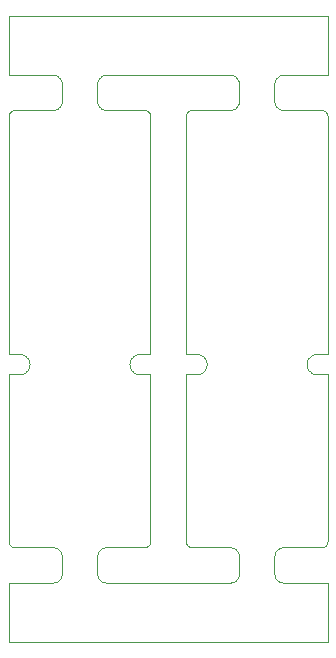
<source format=gm1>
%TF.GenerationSoftware,KiCad,Pcbnew,5.1.6*%
%TF.CreationDate,2020-10-27T03:58:31+01:00*%
%TF.ProjectId,anykey-x2,616e796b-6579-42d7-9832-2e6b69636164,rev?*%
%TF.SameCoordinates,Original*%
%TF.FileFunction,Profile,NP*%
%FSLAX46Y46*%
G04 Gerber Fmt 4.6, Leading zero omitted, Abs format (unit mm)*
G04 Created by KiCad (PCBNEW 5.1.6) date 2020-10-27 03:58:31*
%MOMM*%
%LPD*%
G01*
G04 APERTURE LIST*
%TA.AperFunction,Profile*%
%ADD10C,0.100000*%
%TD*%
G04 APERTURE END LIST*
D10*
X57501000Y-49208800D02*
X57501000Y-47790200D01*
X57504800Y-49286400D02*
X57501000Y-49208800D01*
X57516200Y-49363100D02*
X57504800Y-49286400D01*
X57535000Y-49438300D02*
X57516200Y-49363100D01*
X57561200Y-49511300D02*
X57535000Y-49438300D01*
X57594300Y-49581400D02*
X57561200Y-49511300D01*
X57634200Y-49647900D02*
X57594300Y-49581400D01*
X57680300Y-49710200D02*
X57634200Y-49647900D01*
X57732400Y-49767600D02*
X57680300Y-49710200D01*
X57789800Y-49819700D02*
X57732400Y-49767600D01*
X57852100Y-49865900D02*
X57789800Y-49819700D01*
X57918600Y-49905700D02*
X57852100Y-49865900D01*
X57988700Y-49938900D02*
X57918600Y-49905700D01*
X58061700Y-49965000D02*
X57988700Y-49938900D01*
X58136900Y-49983800D02*
X58061700Y-49965000D01*
X58213600Y-49995200D02*
X58136900Y-49983800D01*
X58291300Y-49999000D02*
X58213600Y-49995200D01*
X61494800Y-49999000D02*
X58291300Y-49999000D01*
X61562800Y-50003400D02*
X61494800Y-49999000D01*
X61604400Y-50010300D02*
X61562800Y-50003400D01*
X61654500Y-50023700D02*
X61604400Y-50010300D01*
X61703400Y-50042500D02*
X61654500Y-50023700D01*
X61741100Y-50061300D02*
X61703400Y-50042500D01*
X61759300Y-50071900D02*
X61741100Y-50061300D01*
X61802700Y-50101300D02*
X61759300Y-50071900D01*
X61835300Y-50128100D02*
X61802700Y-50101300D01*
X61872300Y-50165200D02*
X61835300Y-50128100D01*
X61905300Y-50205900D02*
X61872300Y-50165200D01*
X61933500Y-50249400D02*
X61905300Y-50205900D01*
X61957300Y-50296100D02*
X61933500Y-50249400D01*
X61972700Y-50335300D02*
X61957300Y-50296100D01*
X61979200Y-50355300D02*
X61972700Y-50335300D01*
X61991700Y-50406200D02*
X61979200Y-50355300D01*
X61998000Y-50447900D02*
X61991700Y-50406200D01*
X62001000Y-50505200D02*
X61998000Y-50447900D01*
X62001000Y-70639900D02*
X62001000Y-50505200D01*
X61998000Y-70647100D02*
X62001000Y-70639900D01*
X61989800Y-70650100D02*
X61998000Y-70647100D01*
X61100200Y-70650100D02*
X61989800Y-70650100D01*
X61034300Y-70652400D02*
X61100200Y-70650100D01*
X60948800Y-70661400D02*
X61034300Y-70652400D01*
X60864600Y-70679000D02*
X60948800Y-70661400D01*
X60782600Y-70705000D02*
X60864600Y-70679000D01*
X60708600Y-70736700D02*
X60782600Y-70705000D01*
X60628700Y-70781100D02*
X60708600Y-70736700D01*
X60558300Y-70830500D02*
X60628700Y-70781100D01*
X60497200Y-70882900D02*
X60558300Y-70830500D01*
X60437700Y-70945000D02*
X60497200Y-70882900D01*
X60381800Y-71017300D02*
X60437700Y-70945000D01*
X60336500Y-71090500D02*
X60381800Y-71017300D01*
X60301100Y-71162800D02*
X60336500Y-71090500D01*
X60270900Y-71243300D02*
X60301100Y-71162800D01*
X60248000Y-71331800D02*
X60270900Y-71243300D01*
X60235800Y-71411400D02*
X60248000Y-71331800D01*
X60231200Y-71497300D02*
X60235800Y-71411400D01*
X60235800Y-71588600D02*
X60231200Y-71497300D01*
X60248000Y-71668200D02*
X60235800Y-71588600D01*
X60269300Y-71751500D02*
X60248000Y-71668200D01*
X60301100Y-71837200D02*
X60269300Y-71751500D01*
X60339200Y-71914300D02*
X60301100Y-71837200D01*
X60384900Y-71987100D02*
X60339200Y-71914300D01*
X60434200Y-72050800D02*
X60384900Y-71987100D01*
X60497200Y-72117100D02*
X60434200Y-72050800D01*
X60558300Y-72169500D02*
X60497200Y-72117100D01*
X60628700Y-72218900D02*
X60558300Y-72169500D01*
X60708600Y-72263300D02*
X60628700Y-72218900D01*
X60787800Y-72296900D02*
X60708600Y-72263300D01*
X60869900Y-72322400D02*
X60787800Y-72296900D01*
X60954200Y-72339400D02*
X60869900Y-72322400D01*
X61034300Y-72347600D02*
X60954200Y-72339400D01*
X61100200Y-72349900D02*
X61034300Y-72347600D01*
X61989800Y-72349900D02*
X61100200Y-72349900D01*
X61997200Y-72352300D02*
X61989800Y-72349900D01*
X62000800Y-72359000D02*
X61997200Y-72352300D01*
X62001000Y-86494800D02*
X62000800Y-72359000D01*
X61997900Y-86552600D02*
X62001000Y-86494800D01*
X61989800Y-86603900D02*
X61997900Y-86552600D01*
X61979200Y-86644600D02*
X61989800Y-86603900D01*
X61957300Y-86703900D02*
X61979200Y-86644600D01*
X61933800Y-86750200D02*
X61957300Y-86703900D01*
X61911100Y-86785600D02*
X61933800Y-86750200D01*
X61898700Y-86802700D02*
X61911100Y-86785600D01*
X61864900Y-86842700D02*
X61898700Y-86802700D01*
X61834800Y-86872300D02*
X61864900Y-86842700D01*
X61794500Y-86905000D02*
X61834800Y-86872300D01*
X61750600Y-86933500D02*
X61794500Y-86905000D01*
X61713200Y-86952900D02*
X61750600Y-86933500D01*
X61694000Y-86961500D02*
X61713200Y-86952900D01*
X61644900Y-86979100D02*
X61694000Y-86961500D01*
X61604300Y-86989700D02*
X61644900Y-86979100D01*
X61562500Y-86996600D02*
X61604300Y-86989700D01*
X61494800Y-87001000D02*
X61562500Y-86996600D01*
X58291300Y-87001000D02*
X61494800Y-87001000D01*
X58213600Y-87004800D02*
X58291300Y-87001000D01*
X58136900Y-87016200D02*
X58213600Y-87004800D01*
X58061700Y-87035000D02*
X58136900Y-87016200D01*
X57988700Y-87061100D02*
X58061700Y-87035000D01*
X57918600Y-87094300D02*
X57988700Y-87061100D01*
X57852100Y-87134100D02*
X57918600Y-87094300D01*
X57789800Y-87180300D02*
X57852100Y-87134100D01*
X57732400Y-87232400D02*
X57789800Y-87180300D01*
X57680300Y-87289800D02*
X57732400Y-87232400D01*
X57634200Y-87352100D02*
X57680300Y-87289800D01*
X57594300Y-87418600D02*
X57634200Y-87352100D01*
X57561200Y-87488700D02*
X57594300Y-87418600D01*
X57535000Y-87561700D02*
X57561200Y-87488700D01*
X57516200Y-87636900D02*
X57535000Y-87561700D01*
X57504800Y-87713600D02*
X57516200Y-87636900D01*
X57501000Y-87791200D02*
X57504800Y-87713600D01*
X57501000Y-89209800D02*
X57501000Y-87791200D01*
X57504800Y-89287400D02*
X57501000Y-89209800D01*
X57516200Y-89364100D02*
X57504800Y-89287400D01*
X57535000Y-89439300D02*
X57516200Y-89364100D01*
X57561200Y-89512300D02*
X57535000Y-89439300D01*
X57594300Y-89582400D02*
X57561200Y-89512300D01*
X57634200Y-89648900D02*
X57594300Y-89582400D01*
X57680300Y-89711200D02*
X57634200Y-89648900D01*
X57732400Y-89768600D02*
X57680300Y-89711200D01*
X57789800Y-89820700D02*
X57732400Y-89768600D01*
X57852100Y-89866900D02*
X57789800Y-89820700D01*
X57918600Y-89906700D02*
X57852100Y-89866900D01*
X57988700Y-89939900D02*
X57918600Y-89906700D01*
X58061700Y-89966000D02*
X57988700Y-89939900D01*
X58136900Y-89984800D02*
X58061700Y-89966000D01*
X58213600Y-89996200D02*
X58136900Y-89984800D01*
X58291300Y-90000000D02*
X58213600Y-89996200D01*
X68708800Y-90000000D02*
X58291300Y-90000000D01*
X68786500Y-89996200D02*
X68708800Y-90000000D01*
X68863100Y-89984800D02*
X68786500Y-89996200D01*
X68938300Y-89966000D02*
X68863100Y-89984800D01*
X69011300Y-89939900D02*
X68938300Y-89966000D01*
X69081400Y-89906700D02*
X69011300Y-89939900D01*
X69147900Y-89866900D02*
X69081400Y-89906700D01*
X69210200Y-89820700D02*
X69147900Y-89866900D01*
X69267600Y-89768600D02*
X69210200Y-89820700D01*
X69319700Y-89711200D02*
X69267600Y-89768600D01*
X69365900Y-89648900D02*
X69319700Y-89711200D01*
X69405700Y-89582400D02*
X69365900Y-89648900D01*
X69438900Y-89512300D02*
X69405700Y-89582400D01*
X69465000Y-89439300D02*
X69438900Y-89512300D01*
X69483800Y-89364100D02*
X69465000Y-89439300D01*
X69495200Y-89287400D02*
X69483800Y-89364100D01*
X69499000Y-89209800D02*
X69495200Y-89287400D01*
X69499000Y-87791200D02*
X69499000Y-89209800D01*
X69495200Y-87713600D02*
X69499000Y-87791200D01*
X69483800Y-87636900D02*
X69495200Y-87713600D01*
X69465000Y-87561700D02*
X69483800Y-87636900D01*
X69438900Y-87488700D02*
X69465000Y-87561700D01*
X69405700Y-87418600D02*
X69438900Y-87488700D01*
X69365900Y-87352100D02*
X69405700Y-87418600D01*
X69319700Y-87289800D02*
X69365900Y-87352100D01*
X69267600Y-87232400D02*
X69319700Y-87289800D01*
X69210200Y-87180300D02*
X69267600Y-87232400D01*
X69147900Y-87134100D02*
X69210200Y-87180300D01*
X69081400Y-87094300D02*
X69147900Y-87134100D01*
X69011300Y-87061100D02*
X69081400Y-87094300D01*
X68938300Y-87035000D02*
X69011300Y-87061100D01*
X68863100Y-87016200D02*
X68938300Y-87035000D01*
X68786500Y-87004800D02*
X68863100Y-87016200D01*
X68708800Y-87001000D02*
X68786500Y-87004800D01*
X65505300Y-87001000D02*
X68708800Y-87001000D01*
X65437300Y-86996600D02*
X65505300Y-87001000D01*
X65395600Y-86989700D02*
X65437300Y-86996600D01*
X65355100Y-86979100D02*
X65395600Y-86989700D01*
X65306100Y-86961500D02*
X65355100Y-86979100D01*
X65286900Y-86952900D02*
X65306100Y-86961500D01*
X65249400Y-86933500D02*
X65286900Y-86952900D01*
X65205900Y-86905200D02*
X65249400Y-86933500D01*
X65165100Y-86872300D02*
X65205900Y-86905200D01*
X65135200Y-86842700D02*
X65165100Y-86872300D01*
X65121100Y-86827100D02*
X65135200Y-86842700D01*
X65089000Y-86785700D02*
X65121100Y-86827100D01*
X65066200Y-86750100D02*
X65089000Y-86785700D01*
X65042700Y-86703900D02*
X65066200Y-86750100D01*
X65023900Y-86655000D02*
X65042700Y-86703900D01*
X65012700Y-86614400D02*
X65023900Y-86655000D01*
X65002000Y-86552100D02*
X65012700Y-86614400D01*
X64999000Y-86494700D02*
X65002000Y-86552100D01*
X64999200Y-72359000D02*
X64999000Y-86494700D01*
X65002800Y-72352300D02*
X64999200Y-72359000D01*
X65010200Y-72349900D02*
X65002800Y-72352300D01*
X65899800Y-72349900D02*
X65010200Y-72349900D01*
X65965700Y-72347600D02*
X65899800Y-72349900D01*
X66051200Y-72338600D02*
X65965700Y-72347600D01*
X66135400Y-72321000D02*
X66051200Y-72338600D01*
X66217400Y-72295000D02*
X66135400Y-72321000D01*
X66291400Y-72263300D02*
X66217400Y-72295000D01*
X66371300Y-72218900D02*
X66291400Y-72263300D01*
X66441700Y-72169500D02*
X66371300Y-72218900D01*
X66502800Y-72117100D02*
X66441700Y-72169500D01*
X66565800Y-72050800D02*
X66502800Y-72117100D01*
X66615100Y-71987100D02*
X66565800Y-72050800D01*
X66660800Y-71914300D02*
X66615100Y-71987100D01*
X66699000Y-71837200D02*
X66660800Y-71914300D01*
X66730700Y-71751500D02*
X66699000Y-71837200D01*
X66752000Y-71668200D02*
X66730700Y-71751500D01*
X66764200Y-71588600D02*
X66752000Y-71668200D01*
X66768800Y-71497300D02*
X66764200Y-71588600D01*
X66764200Y-71411400D02*
X66768800Y-71497300D01*
X66752000Y-71331800D02*
X66764200Y-71411400D01*
X66729100Y-71243300D02*
X66752000Y-71331800D01*
X66699000Y-71162800D02*
X66729100Y-71243300D01*
X66663500Y-71090500D02*
X66699000Y-71162800D01*
X66618200Y-71017300D02*
X66663500Y-71090500D01*
X66562300Y-70945000D02*
X66618200Y-71017300D01*
X66502800Y-70882900D02*
X66562300Y-70945000D01*
X66441700Y-70830500D02*
X66502800Y-70882900D01*
X66371300Y-70781100D02*
X66441700Y-70830500D01*
X66291400Y-70736700D02*
X66371300Y-70781100D01*
X66217400Y-70705000D02*
X66291400Y-70736700D01*
X66135400Y-70679000D02*
X66217400Y-70705000D01*
X66051200Y-70661400D02*
X66135400Y-70679000D01*
X65965700Y-70652400D02*
X66051200Y-70661400D01*
X65899800Y-70650100D02*
X65965700Y-70652400D01*
X65010200Y-70650100D02*
X65899800Y-70650100D01*
X65002000Y-70647100D02*
X65010200Y-70650100D01*
X64999000Y-70639900D02*
X65002000Y-70647100D01*
X64999000Y-50505100D02*
X64999000Y-70639900D01*
X65002000Y-50447900D02*
X64999000Y-50505100D01*
X65008300Y-50406300D02*
X65002000Y-50447900D01*
X65012700Y-50385700D02*
X65008300Y-50406300D01*
X65027300Y-50335400D02*
X65012700Y-50385700D01*
X65042700Y-50296100D02*
X65027300Y-50335400D01*
X65066500Y-50249400D02*
X65042700Y-50296100D01*
X65095100Y-50205500D02*
X65066500Y-50249400D01*
X65127800Y-50165100D02*
X65095100Y-50205500D01*
X65164800Y-50128000D02*
X65127800Y-50165100D01*
X65197300Y-50101300D02*
X65164800Y-50128000D01*
X65214400Y-50089000D02*
X65197300Y-50101300D01*
X65258900Y-50061300D02*
X65214400Y-50089000D01*
X65296600Y-50042500D02*
X65258900Y-50061300D01*
X65345100Y-50023900D02*
X65296600Y-50042500D01*
X65395700Y-50010300D02*
X65345100Y-50023900D01*
X65437200Y-50003400D02*
X65395700Y-50010300D01*
X65505200Y-49999000D02*
X65437200Y-50003400D01*
X68708800Y-49999000D02*
X65505200Y-49999000D01*
X68786500Y-49995200D02*
X68708800Y-49999000D01*
X68863100Y-49983800D02*
X68786500Y-49995200D01*
X68938300Y-49965000D02*
X68863100Y-49983800D01*
X69011300Y-49938900D02*
X68938300Y-49965000D01*
X69081400Y-49905700D02*
X69011300Y-49938900D01*
X69147900Y-49865900D02*
X69081400Y-49905700D01*
X69210200Y-49819700D02*
X69147900Y-49865900D01*
X69267600Y-49767600D02*
X69210200Y-49819700D01*
X69319700Y-49710200D02*
X69267600Y-49767600D01*
X69365900Y-49647900D02*
X69319700Y-49710200D01*
X69405700Y-49581400D02*
X69365900Y-49647900D01*
X69438900Y-49511300D02*
X69405700Y-49581400D01*
X69465000Y-49438300D02*
X69438900Y-49511300D01*
X69483800Y-49363100D02*
X69465000Y-49438300D01*
X69495200Y-49286400D02*
X69483800Y-49363100D01*
X69499000Y-49208800D02*
X69495200Y-49286400D01*
X69499000Y-47790200D02*
X69499000Y-49208800D01*
X69495200Y-47712600D02*
X69499000Y-47790200D01*
X69483800Y-47635900D02*
X69495200Y-47712600D01*
X69465000Y-47560700D02*
X69483800Y-47635900D01*
X69438900Y-47487700D02*
X69465000Y-47560700D01*
X69405700Y-47417600D02*
X69438900Y-47487700D01*
X69365900Y-47351100D02*
X69405700Y-47417600D01*
X69319700Y-47288800D02*
X69365900Y-47351100D01*
X69267600Y-47231400D02*
X69319700Y-47288800D01*
X69210200Y-47179300D02*
X69267600Y-47231400D01*
X69147900Y-47133100D02*
X69210200Y-47179300D01*
X69081400Y-47093300D02*
X69147900Y-47133100D01*
X69011300Y-47060100D02*
X69081400Y-47093300D01*
X68938300Y-47034000D02*
X69011300Y-47060100D01*
X68863100Y-47015200D02*
X68938300Y-47034000D01*
X68786500Y-47003800D02*
X68863100Y-47015200D01*
X68708800Y-47000000D02*
X68786500Y-47003800D01*
X58291300Y-47000000D02*
X68708800Y-47000000D01*
X58213600Y-47003800D02*
X58291300Y-47000000D01*
X58136900Y-47015200D02*
X58213600Y-47003800D01*
X58061700Y-47034000D02*
X58136900Y-47015200D01*
X57988700Y-47060100D02*
X58061700Y-47034000D01*
X57918600Y-47093300D02*
X57988700Y-47060100D01*
X57852100Y-47133100D02*
X57918600Y-47093300D01*
X57789800Y-47179300D02*
X57852100Y-47133100D01*
X57732400Y-47231400D02*
X57789800Y-47179300D01*
X57680300Y-47288800D02*
X57732400Y-47231400D01*
X57634200Y-47351100D02*
X57680300Y-47288800D01*
X57594300Y-47417600D02*
X57634200Y-47351100D01*
X57561200Y-47487700D02*
X57594300Y-47417600D01*
X57535000Y-47560700D02*
X57561200Y-47487700D01*
X57516200Y-47635900D02*
X57535000Y-47560700D01*
X57504800Y-47712600D02*
X57516200Y-47635900D01*
X57501000Y-47790200D02*
X57504800Y-47712600D01*
X50002000Y-72352900D02*
X49999000Y-72360100D01*
X50010200Y-72349900D02*
X50002000Y-72352900D01*
X50899800Y-72349900D02*
X50010200Y-72349900D01*
X50965700Y-72347600D02*
X50899800Y-72349900D01*
X51051200Y-72338600D02*
X50965700Y-72347600D01*
X51135400Y-72321000D02*
X51051200Y-72338600D01*
X51217400Y-72295000D02*
X51135400Y-72321000D01*
X51291400Y-72263300D02*
X51217400Y-72295000D01*
X51371300Y-72218900D02*
X51291400Y-72263300D01*
X51441700Y-72169500D02*
X51371300Y-72218900D01*
X51502800Y-72117100D02*
X51441700Y-72169500D01*
X51562300Y-72055000D02*
X51502800Y-72117100D01*
X51618200Y-71982700D02*
X51562300Y-72055000D01*
X51663500Y-71909500D02*
X51618200Y-71982700D01*
X51698900Y-71837200D02*
X51663500Y-71909500D01*
X51729100Y-71756700D02*
X51698900Y-71837200D01*
X51752000Y-71668200D02*
X51729100Y-71756700D01*
X51764200Y-71588600D02*
X51752000Y-71668200D01*
X51768800Y-71502700D02*
X51764200Y-71588600D01*
X51764200Y-71411400D02*
X51768800Y-71502700D01*
X51752000Y-71331800D02*
X51764200Y-71411400D01*
X51730700Y-71248500D02*
X51752000Y-71331800D01*
X51698900Y-71162800D02*
X51730700Y-71248500D01*
X51660800Y-71085700D02*
X51698900Y-71162800D01*
X51615100Y-71012900D02*
X51660800Y-71085700D01*
X51565800Y-70949200D02*
X51615100Y-71012900D01*
X51502800Y-70882900D02*
X51565800Y-70949200D01*
X51441700Y-70830500D02*
X51502800Y-70882900D01*
X51371300Y-70781100D02*
X51441700Y-70830500D01*
X51291400Y-70736700D02*
X51371300Y-70781100D01*
X51217400Y-70705000D02*
X51291400Y-70736700D01*
X51135400Y-70679000D02*
X51217400Y-70705000D01*
X51051200Y-70661400D02*
X51135400Y-70679000D01*
X50965700Y-70652400D02*
X51051200Y-70661400D01*
X50899800Y-70650100D02*
X50965700Y-70652400D01*
X50010200Y-70650100D02*
X50899800Y-70650100D01*
X50002000Y-70647100D02*
X50010200Y-70650100D01*
X49999000Y-70639900D02*
X50002000Y-70647100D01*
X49999000Y-50505300D02*
X49999000Y-70639900D01*
X50002000Y-50447900D02*
X49999000Y-50505300D01*
X50010200Y-50396100D02*
X50002000Y-50447900D01*
X50027300Y-50335400D02*
X50010200Y-50396100D01*
X50042700Y-50296100D02*
X50027300Y-50335400D01*
X50066200Y-50249800D02*
X50042700Y-50296100D01*
X50101300Y-50197300D02*
X50066200Y-50249800D01*
X50128100Y-50164700D02*
X50101300Y-50197300D01*
X50164800Y-50128000D02*
X50128100Y-50164700D01*
X50214300Y-50089000D02*
X50164800Y-50128000D01*
X50249900Y-50066200D02*
X50214300Y-50089000D01*
X50296100Y-50042700D02*
X50249900Y-50066200D01*
X50355300Y-50020800D02*
X50296100Y-50042700D01*
X50396200Y-50010200D02*
X50355300Y-50020800D01*
X50447400Y-50002000D02*
X50396200Y-50010200D01*
X50505200Y-49999000D02*
X50447400Y-50002000D01*
X53708800Y-49999000D02*
X50505200Y-49999000D01*
X53786400Y-49995200D02*
X53708800Y-49999000D01*
X53863100Y-49983800D02*
X53786400Y-49995200D01*
X53938300Y-49965000D02*
X53863100Y-49983800D01*
X54011300Y-49938900D02*
X53938300Y-49965000D01*
X54081400Y-49905700D02*
X54011300Y-49938900D01*
X54147900Y-49865900D02*
X54081400Y-49905700D01*
X54210200Y-49819700D02*
X54147900Y-49865900D01*
X54267600Y-49767600D02*
X54210200Y-49819700D01*
X54319700Y-49710200D02*
X54267600Y-49767600D01*
X54365900Y-49647900D02*
X54319700Y-49710200D01*
X54405700Y-49581400D02*
X54365900Y-49647900D01*
X54438900Y-49511300D02*
X54405700Y-49581400D01*
X54465000Y-49438300D02*
X54438900Y-49511300D01*
X54483800Y-49363100D02*
X54465000Y-49438300D01*
X54495200Y-49286400D02*
X54483800Y-49363100D01*
X54499000Y-49208800D02*
X54495200Y-49286400D01*
X54499000Y-47790200D02*
X54499000Y-49208800D01*
X54495200Y-47712600D02*
X54499000Y-47790200D01*
X54483800Y-47635900D02*
X54495200Y-47712600D01*
X54465000Y-47560700D02*
X54483800Y-47635900D01*
X54438900Y-47487700D02*
X54465000Y-47560700D01*
X54405700Y-47417600D02*
X54438900Y-47487700D01*
X54365900Y-47351100D02*
X54405700Y-47417600D01*
X54319700Y-47288800D02*
X54365900Y-47351100D01*
X54267600Y-47231400D02*
X54319700Y-47288800D01*
X54210200Y-47179300D02*
X54267600Y-47231400D01*
X54147900Y-47133100D02*
X54210200Y-47179300D01*
X54081400Y-47093300D02*
X54147900Y-47133100D01*
X54011300Y-47060100D02*
X54081400Y-47093300D01*
X53938300Y-47034000D02*
X54011300Y-47060100D01*
X53863100Y-47015200D02*
X53938300Y-47034000D01*
X53786400Y-47003800D02*
X53863100Y-47015200D01*
X53708800Y-47000000D02*
X53786400Y-47003800D01*
X50018600Y-47000000D02*
X53708800Y-47000000D01*
X50007000Y-46999200D02*
X50018600Y-47000000D01*
X50000900Y-46994700D02*
X50007000Y-46999200D01*
X49999000Y-46980400D02*
X50000900Y-46994700D01*
X49999000Y-42018600D02*
X49999000Y-46980400D01*
X49999600Y-42008000D02*
X49999000Y-42018600D01*
X50002000Y-42002700D02*
X49999600Y-42008000D01*
X50007000Y-41999800D02*
X50002000Y-42002700D01*
X50018600Y-41999000D02*
X50007000Y-41999800D01*
X76981400Y-41999000D02*
X50018600Y-41999000D01*
X76992000Y-41999600D02*
X76981400Y-41999000D01*
X76997300Y-42002000D02*
X76992000Y-41999600D01*
X77000300Y-42007000D02*
X76997300Y-42002000D01*
X77001000Y-42018600D02*
X77000300Y-42007000D01*
X77001000Y-46980400D02*
X77001000Y-42018600D01*
X76999100Y-46994700D02*
X77001000Y-46980400D01*
X76993000Y-46999200D02*
X76999100Y-46994700D01*
X76981400Y-47000000D02*
X76993000Y-46999200D01*
X73291300Y-47000000D02*
X76981400Y-47000000D01*
X73213600Y-47003800D02*
X73291300Y-47000000D01*
X73136900Y-47015200D02*
X73213600Y-47003800D01*
X73061700Y-47034000D02*
X73136900Y-47015200D01*
X72988700Y-47060100D02*
X73061700Y-47034000D01*
X72918600Y-47093300D02*
X72988700Y-47060100D01*
X72852100Y-47133100D02*
X72918600Y-47093300D01*
X72789900Y-47179300D02*
X72852100Y-47133100D01*
X72732400Y-47231400D02*
X72789900Y-47179300D01*
X72680400Y-47288800D02*
X72732400Y-47231400D01*
X72634200Y-47351100D02*
X72680400Y-47288800D01*
X72594300Y-47417600D02*
X72634200Y-47351100D01*
X72561200Y-47487700D02*
X72594300Y-47417600D01*
X72535100Y-47560700D02*
X72561200Y-47487700D01*
X72516200Y-47635900D02*
X72535100Y-47560700D01*
X72504800Y-47712600D02*
X72516200Y-47635900D01*
X72501000Y-47790200D02*
X72504800Y-47712600D01*
X72501000Y-49208800D02*
X72501000Y-47790200D01*
X72504800Y-49286400D02*
X72501000Y-49208800D01*
X72516200Y-49363100D02*
X72504800Y-49286400D01*
X72535100Y-49438300D02*
X72516200Y-49363100D01*
X72561200Y-49511300D02*
X72535100Y-49438300D01*
X72594300Y-49581400D02*
X72561200Y-49511300D01*
X72634200Y-49647900D02*
X72594300Y-49581400D01*
X72680400Y-49710200D02*
X72634200Y-49647900D01*
X72732400Y-49767600D02*
X72680400Y-49710200D01*
X72789900Y-49819700D02*
X72732400Y-49767600D01*
X72852100Y-49865900D02*
X72789900Y-49819700D01*
X72918600Y-49905700D02*
X72852100Y-49865900D01*
X72988700Y-49938900D02*
X72918600Y-49905700D01*
X73061700Y-49965000D02*
X72988700Y-49938900D01*
X73136900Y-49983800D02*
X73061700Y-49965000D01*
X73213600Y-49995200D02*
X73136900Y-49983800D01*
X73291300Y-49999000D02*
X73213600Y-49995200D01*
X76494800Y-49999000D02*
X73291300Y-49999000D01*
X76552600Y-50002100D02*
X76494800Y-49999000D01*
X76603900Y-50010200D02*
X76552600Y-50002100D01*
X76644600Y-50020800D02*
X76603900Y-50010200D01*
X76664700Y-50027300D02*
X76644600Y-50020800D01*
X76713200Y-50047100D02*
X76664700Y-50027300D01*
X76750600Y-50066500D02*
X76713200Y-50047100D01*
X76794100Y-50094800D02*
X76750600Y-50066500D01*
X76834900Y-50127700D02*
X76794100Y-50094800D01*
X76864900Y-50157300D02*
X76834900Y-50127700D01*
X76879000Y-50172900D02*
X76864900Y-50157300D01*
X76911100Y-50214300D02*
X76879000Y-50172900D01*
X76933800Y-50249900D02*
X76911100Y-50214300D01*
X76957400Y-50296100D02*
X76933800Y-50249900D01*
X76979200Y-50355300D02*
X76957400Y-50296100D01*
X76989900Y-50396200D02*
X76979200Y-50355300D01*
X76998000Y-50447400D02*
X76989900Y-50396200D01*
X77001000Y-50505200D02*
X76998000Y-50447400D01*
X77001000Y-70639900D02*
X77001000Y-50505200D01*
X76998000Y-70647100D02*
X77001000Y-70639900D01*
X76989800Y-70650100D02*
X76998000Y-70647100D01*
X76100200Y-70650100D02*
X76989800Y-70650100D01*
X76034300Y-70652400D02*
X76100200Y-70650100D01*
X75948800Y-70661400D02*
X76034300Y-70652400D01*
X75864600Y-70679000D02*
X75948800Y-70661400D01*
X75782700Y-70705000D02*
X75864600Y-70679000D01*
X75708700Y-70736700D02*
X75782700Y-70705000D01*
X75628700Y-70781100D02*
X75708700Y-70736700D01*
X75562600Y-70827100D02*
X75628700Y-70781100D01*
X75497200Y-70882900D02*
X75562600Y-70827100D01*
X75434200Y-70949200D02*
X75497200Y-70882900D01*
X75384900Y-71012900D02*
X75434200Y-70949200D01*
X75339200Y-71085700D02*
X75384900Y-71012900D01*
X75298900Y-71167800D02*
X75339200Y-71085700D01*
X75269300Y-71248500D02*
X75298900Y-71167800D01*
X75249100Y-71326500D02*
X75269300Y-71248500D01*
X75235800Y-71411400D02*
X75249100Y-71326500D01*
X75231200Y-71502700D02*
X75235800Y-71411400D01*
X75235800Y-71588600D02*
X75231200Y-71502700D01*
X75248000Y-71668200D02*
X75235800Y-71588600D01*
X75269300Y-71751500D02*
X75248000Y-71668200D01*
X75301100Y-71837200D02*
X75269300Y-71751500D01*
X75336500Y-71909500D02*
X75301100Y-71837200D01*
X75381800Y-71982700D02*
X75336500Y-71909500D01*
X75437800Y-72055000D02*
X75381800Y-71982700D01*
X75497200Y-72117100D02*
X75437800Y-72055000D01*
X75562600Y-72172900D02*
X75497200Y-72117100D01*
X75628700Y-72218900D02*
X75562600Y-72172900D01*
X75708700Y-72263300D02*
X75628700Y-72218900D01*
X75787800Y-72296900D02*
X75708700Y-72263300D01*
X75869900Y-72322400D02*
X75787800Y-72296900D01*
X75954200Y-72339400D02*
X75869900Y-72322400D01*
X76034300Y-72347600D02*
X75954200Y-72339400D01*
X76100200Y-72349900D02*
X76034300Y-72347600D01*
X76989800Y-72349900D02*
X76100200Y-72349900D01*
X76997200Y-72352300D02*
X76989800Y-72349900D01*
X77000800Y-72359000D02*
X76997200Y-72352300D01*
X77001000Y-86494800D02*
X77000800Y-72359000D01*
X76998000Y-86552100D02*
X77001000Y-86494800D01*
X76989800Y-86603900D02*
X76998000Y-86552100D01*
X76979200Y-86644600D02*
X76989800Y-86603900D01*
X76957300Y-86703900D02*
X76979200Y-86644600D01*
X76933800Y-86750200D02*
X76957300Y-86703900D01*
X76911100Y-86785600D02*
X76933800Y-86750200D01*
X76898700Y-86802700D02*
X76911100Y-86785600D01*
X76864900Y-86842700D02*
X76898700Y-86802700D01*
X76834900Y-86872300D02*
X76864900Y-86842700D01*
X76794500Y-86905000D02*
X76834900Y-86872300D01*
X76750600Y-86933500D02*
X76794500Y-86905000D01*
X76713200Y-86952900D02*
X76750600Y-86933500D01*
X76694000Y-86961500D02*
X76713200Y-86952900D01*
X76644900Y-86979100D02*
X76694000Y-86961500D01*
X76604400Y-86989700D02*
X76644900Y-86979100D01*
X76562600Y-86996600D02*
X76604400Y-86989700D01*
X76494800Y-87001000D02*
X76562600Y-86996600D01*
X73291300Y-87001000D02*
X76494800Y-87001000D01*
X73213600Y-87004800D02*
X73291300Y-87001000D01*
X73136900Y-87016200D02*
X73213600Y-87004800D01*
X73061700Y-87035000D02*
X73136900Y-87016200D01*
X72988700Y-87061100D02*
X73061700Y-87035000D01*
X72918600Y-87094300D02*
X72988700Y-87061100D01*
X72852100Y-87134100D02*
X72918600Y-87094300D01*
X72789900Y-87180300D02*
X72852100Y-87134100D01*
X72732400Y-87232400D02*
X72789900Y-87180300D01*
X72680400Y-87289800D02*
X72732400Y-87232400D01*
X72634200Y-87352100D02*
X72680400Y-87289800D01*
X72594300Y-87418600D02*
X72634200Y-87352100D01*
X72561200Y-87488700D02*
X72594300Y-87418600D01*
X72535100Y-87561700D02*
X72561200Y-87488700D01*
X72516200Y-87636900D02*
X72535100Y-87561700D01*
X72504800Y-87713600D02*
X72516200Y-87636900D01*
X72501000Y-87791200D02*
X72504800Y-87713600D01*
X72501000Y-89209800D02*
X72501000Y-87791200D01*
X72504800Y-89287400D02*
X72501000Y-89209800D01*
X72516200Y-89364100D02*
X72504800Y-89287400D01*
X72535100Y-89439300D02*
X72516200Y-89364100D01*
X72561200Y-89512300D02*
X72535100Y-89439300D01*
X72594300Y-89582400D02*
X72561200Y-89512300D01*
X72634200Y-89648900D02*
X72594300Y-89582400D01*
X72680400Y-89711200D02*
X72634200Y-89648900D01*
X72732400Y-89768600D02*
X72680400Y-89711200D01*
X72789900Y-89820700D02*
X72732400Y-89768600D01*
X72852100Y-89866900D02*
X72789900Y-89820700D01*
X72918600Y-89906700D02*
X72852100Y-89866900D01*
X72988700Y-89939900D02*
X72918600Y-89906700D01*
X73061700Y-89966000D02*
X72988700Y-89939900D01*
X73136900Y-89984800D02*
X73061700Y-89966000D01*
X73213600Y-89996200D02*
X73136900Y-89984800D01*
X73291300Y-90000000D02*
X73213600Y-89996200D01*
X76981400Y-90000000D02*
X73291300Y-90000000D01*
X76993000Y-90000800D02*
X76981400Y-90000000D01*
X76998600Y-90004500D02*
X76993000Y-90000800D01*
X77000500Y-90009000D02*
X76998600Y-90004500D01*
X77001000Y-90019700D02*
X77000500Y-90009000D01*
X77001000Y-94981400D02*
X77001000Y-90019700D01*
X77000500Y-94992000D02*
X77001000Y-94981400D01*
X76998000Y-94997300D02*
X77000500Y-94992000D01*
X76993000Y-95000300D02*
X76998000Y-94997300D01*
X76981400Y-95001000D02*
X76993000Y-95000300D01*
X50018600Y-95001000D02*
X76981400Y-95001000D01*
X50008000Y-95000500D02*
X50018600Y-95001000D01*
X50002700Y-94998000D02*
X50008000Y-95000500D01*
X49999800Y-94993000D02*
X50002700Y-94998000D01*
X49999000Y-94981400D02*
X49999800Y-94993000D01*
X49999000Y-90019700D02*
X49999000Y-94981400D01*
X50000900Y-90005300D02*
X49999000Y-90019700D01*
X50007000Y-90000800D02*
X50000900Y-90005300D01*
X50018600Y-90000000D02*
X50007000Y-90000800D01*
X53708800Y-90000000D02*
X50018600Y-90000000D01*
X53786400Y-89996200D02*
X53708800Y-90000000D01*
X53863100Y-89984800D02*
X53786400Y-89996200D01*
X53938300Y-89966000D02*
X53863100Y-89984800D01*
X54011300Y-89939900D02*
X53938300Y-89966000D01*
X54081400Y-89906700D02*
X54011300Y-89939900D01*
X54147900Y-89866900D02*
X54081400Y-89906700D01*
X54210200Y-89820700D02*
X54147900Y-89866900D01*
X54267600Y-89768600D02*
X54210200Y-89820700D01*
X54319700Y-89711200D02*
X54267600Y-89768600D01*
X54365900Y-89648900D02*
X54319700Y-89711200D01*
X54405700Y-89582400D02*
X54365900Y-89648900D01*
X54438900Y-89512300D02*
X54405700Y-89582400D01*
X54465000Y-89439300D02*
X54438900Y-89512300D01*
X54483800Y-89364100D02*
X54465000Y-89439300D01*
X54495200Y-89287400D02*
X54483800Y-89364100D01*
X54499000Y-89209800D02*
X54495200Y-89287400D01*
X54499000Y-87791200D02*
X54499000Y-89209800D01*
X54495200Y-87713600D02*
X54499000Y-87791200D01*
X54483800Y-87636900D02*
X54495200Y-87713600D01*
X54465000Y-87561700D02*
X54483800Y-87636900D01*
X54438900Y-87488700D02*
X54465000Y-87561700D01*
X54405700Y-87418600D02*
X54438900Y-87488700D01*
X54365900Y-87352100D02*
X54405700Y-87418600D01*
X54319700Y-87289800D02*
X54365900Y-87352100D01*
X54267600Y-87232400D02*
X54319700Y-87289800D01*
X54210200Y-87180300D02*
X54267600Y-87232400D01*
X54147900Y-87134100D02*
X54210200Y-87180300D01*
X54081400Y-87094300D02*
X54147900Y-87134100D01*
X54011300Y-87061100D02*
X54081400Y-87094300D01*
X53938300Y-87035000D02*
X54011300Y-87061100D01*
X53863100Y-87016200D02*
X53938300Y-87035000D01*
X53786400Y-87004800D02*
X53863100Y-87016200D01*
X53708800Y-87001000D02*
X53786400Y-87004800D01*
X50505300Y-87001000D02*
X53708800Y-87001000D01*
X50447900Y-86998000D02*
X50505300Y-87001000D01*
X50385700Y-86987300D02*
X50447900Y-86998000D01*
X50345000Y-86976100D02*
X50385700Y-86987300D01*
X50296600Y-86957500D02*
X50345000Y-86976100D01*
X50240700Y-86928100D02*
X50296600Y-86957500D01*
X50205900Y-86905200D02*
X50240700Y-86928100D01*
X50173000Y-86879000D02*
X50205900Y-86905200D01*
X50128000Y-86835200D02*
X50173000Y-86879000D01*
X50089000Y-86785700D02*
X50128000Y-86835200D01*
X50066200Y-86750100D02*
X50089000Y-86785700D01*
X50047000Y-86712900D02*
X50066200Y-86750100D01*
X50038500Y-86694000D02*
X50047000Y-86712900D01*
X50020900Y-86644900D02*
X50038500Y-86694000D01*
X50010300Y-86604300D02*
X50020900Y-86644900D01*
X50003400Y-86562800D02*
X50010300Y-86604300D01*
X49999000Y-86494800D02*
X50003400Y-86562800D01*
X49999000Y-72360100D02*
X49999000Y-86494800D01*
M02*

</source>
